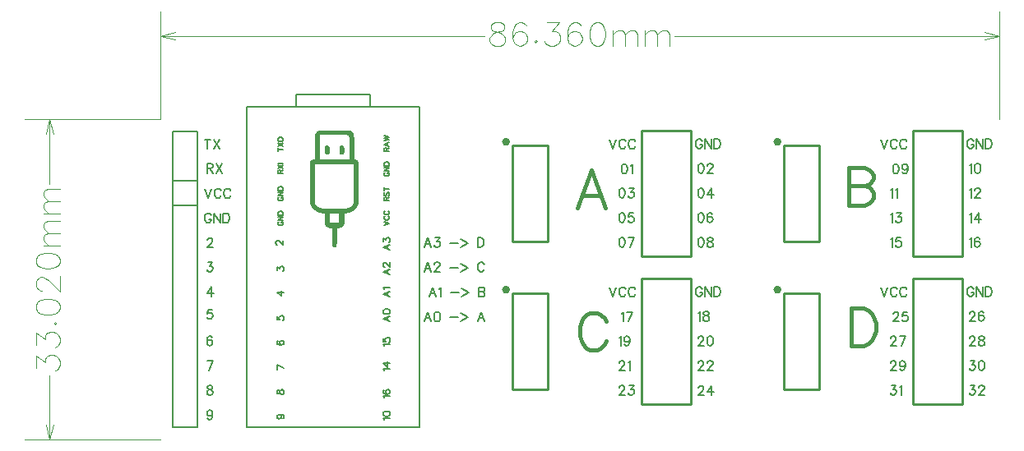
<source format=gto>
G04 Layer: TopSilkLayer*
G04 EasyEDA v6.3.39, 2020-04-21T17:53:27+02:00*
G04 2b193ae985c243da8a3a613e667a09fd,91cc4837159741479c5be70faa949f3f,10*
G04 Gerber Generator version 0.2*
G04 Scale: 100 percent, Rotated: No, Reflected: No *
G04 Dimensions in millimeters *
G04 leading zeros omitted , absolute positions ,3 integer and 3 decimal *
%FSLAX33Y33*%
%MOMM*%
G90*
G71D02*

%ADD10C,0.254000*%
%ADD23C,0.203200*%
%ADD24C,0.203200*%
%ADD25C,0.202999*%
%ADD26C,0.399999*%
%ADD27C,0.200000*%
%ADD28C,0.101600*%
%ADD29C,0.152400*%

%LPD*%

%LPD*%
G36*
G01X18790Y31902D02*
G01X18649Y31902D01*
G01X18574Y31901D01*
G01X18416Y31901D01*
G01X18333Y31900D01*
G01X18158Y31900D01*
G01X18066Y31899D01*
G01X17444Y31899D01*
G01X17333Y31898D01*
G01X17230Y31898D01*
G01X17135Y31897D01*
G01X17046Y31896D01*
G01X16965Y31895D01*
G01X16889Y31894D01*
G01X16821Y31893D01*
G01X16757Y31891D01*
G01X16700Y31890D01*
G01X16648Y31888D01*
G01X16600Y31886D01*
G01X16557Y31883D01*
G01X16519Y31881D01*
G01X16484Y31878D01*
G01X16452Y31874D01*
G01X16424Y31870D01*
G01X16399Y31866D01*
G01X16376Y31862D01*
G01X16357Y31858D01*
G01X16338Y31853D01*
G01X16306Y31841D01*
G01X16278Y31829D01*
G01X16216Y31791D01*
G01X16152Y31739D01*
G01X16092Y31680D01*
G01X16046Y31621D01*
G01X16035Y31605D01*
G01X16025Y31589D01*
G01X16016Y31573D01*
G01X16008Y31557D01*
G01X16000Y31540D01*
G01X15993Y31520D01*
G01X15987Y31499D01*
G01X15982Y31474D01*
G01X15977Y31446D01*
G01X15973Y31413D01*
G01X15969Y31376D01*
G01X15966Y31333D01*
G01X15964Y31284D01*
G01X15961Y31229D01*
G01X15960Y31167D01*
G01X15958Y31096D01*
G01X15957Y31017D01*
G01X15956Y30930D01*
G01X15955Y30833D01*
G01X15955Y30334D01*
G01X15954Y30180D01*
G01X15954Y28875D01*
G01X15798Y28875D01*
G01X15727Y28870D01*
G01X15658Y28854D01*
G01X15596Y28830D01*
G01X15546Y28798D01*
G01X15450Y28721D01*
G01X15450Y24339D01*
G01X15549Y24138D01*
G01X15578Y24083D01*
G01X15610Y24030D01*
G01X15644Y23978D01*
G01X15681Y23926D01*
G01X15721Y23877D01*
G01X15763Y23829D01*
G01X15807Y23782D01*
G01X15853Y23737D01*
G01X15901Y23695D01*
G01X15951Y23654D01*
G01X16002Y23615D01*
G01X16054Y23579D01*
G01X16108Y23544D01*
G01X16163Y23513D01*
G01X16218Y23483D01*
G01X16274Y23457D01*
G01X16331Y23433D01*
G01X16389Y23412D01*
G01X16446Y23394D01*
G01X16503Y23379D01*
G01X16561Y23366D01*
G01X16618Y23358D01*
G01X16675Y23353D01*
G01X16731Y23351D01*
G01X16963Y23351D01*
G01X16963Y22661D01*
G01X16964Y22561D01*
G01X16966Y22475D01*
G01X16968Y22401D01*
G01X16972Y22337D01*
G01X16976Y22282D01*
G01X16982Y22236D01*
G01X16990Y22197D01*
G01X17000Y22163D01*
G01X17010Y22132D01*
G01X17024Y22104D01*
G01X17039Y22078D01*
G01X17064Y22040D01*
G01X17095Y22005D01*
G01X17130Y21973D01*
G01X17168Y21942D01*
G01X17210Y21915D01*
G01X17254Y21891D01*
G01X17302Y21869D01*
G01X17351Y21852D01*
G01X17403Y21837D01*
G01X17455Y21827D01*
G01X17509Y21821D01*
G01X17564Y21819D01*
G01X17729Y21819D01*
G01X17729Y20901D01*
G01X17730Y20808D01*
G01X17730Y20716D01*
G01X17731Y20627D01*
G01X17732Y20541D01*
G01X17733Y20460D01*
G01X17735Y20382D01*
G01X17736Y20308D01*
G01X17738Y20240D01*
G01X17740Y20178D01*
G01X17743Y20122D01*
G01X17745Y20072D01*
G01X17748Y20029D01*
G01X17751Y19994D01*
G01X17754Y19967D01*
G01X17757Y19949D01*
G01X17760Y19940D01*
G01X17778Y19919D01*
G01X17807Y19894D01*
G01X17842Y19869D01*
G01X17880Y19848D01*
G01X17958Y19827D01*
G01X18042Y19838D01*
G01X18120Y19877D01*
G01X18182Y19940D01*
G01X18185Y19949D01*
G01X18188Y19967D01*
G01X18190Y19994D01*
G01X18194Y20029D01*
G01X18196Y20072D01*
G01X18199Y20122D01*
G01X18201Y20178D01*
G01X18203Y20240D01*
G01X18205Y20308D01*
G01X18207Y20382D01*
G01X18208Y20460D01*
G01X18209Y20541D01*
G01X18210Y20627D01*
G01X18211Y20716D01*
G01X18212Y20808D01*
G01X18212Y20901D01*
G01X18213Y21819D01*
G01X18378Y21819D01*
G01X18453Y21823D01*
G01X18528Y21836D01*
G01X18602Y21856D01*
G01X18673Y21884D01*
G01X18740Y21917D01*
G01X18800Y21957D01*
G01X18854Y22001D01*
G01X18899Y22051D01*
G01X18916Y22074D01*
G01X18930Y22097D01*
G01X18942Y22123D01*
G01X18951Y22154D01*
G01X18959Y22190D01*
G01X18966Y22234D01*
G01X18970Y22287D01*
G01X18974Y22352D01*
G01X18976Y22429D01*
G01X18978Y22520D01*
G01X18978Y22627D01*
G01X18979Y22752D01*
G01X18979Y23351D01*
G01X19203Y23351D01*
G01X19257Y23353D01*
G01X19312Y23358D01*
G01X19366Y23366D01*
G01X19421Y23378D01*
G01X19477Y23393D01*
G01X19532Y23411D01*
G01X19587Y23432D01*
G01X19641Y23456D01*
G01X19695Y23482D01*
G01X19749Y23511D01*
G01X19801Y23542D01*
G01X19852Y23576D01*
G01X19902Y23612D01*
G01X19951Y23650D01*
G01X19998Y23691D01*
G01X20044Y23733D01*
G01X20088Y23777D01*
G01X20130Y23823D01*
G01X20170Y23870D01*
G01X20207Y23919D01*
G01X20242Y23969D01*
G01X20275Y24021D01*
G01X20304Y24074D01*
G01X20331Y24127D01*
G01X20430Y24339D01*
G01X20430Y27430D01*
G01X20429Y27551D01*
G01X20429Y27770D01*
G01X20428Y27868D01*
G01X20428Y27960D01*
G01X20427Y28045D01*
G01X20426Y28124D01*
G01X20425Y28197D01*
G01X20424Y28263D01*
G01X20423Y28325D01*
G01X20421Y28380D01*
G01X20420Y28431D01*
G01X20418Y28477D01*
G01X20416Y28519D01*
G01X20413Y28556D01*
G01X20411Y28590D01*
G01X20408Y28619D01*
G01X20405Y28646D01*
G01X20402Y28669D01*
G01X20399Y28689D01*
G01X20396Y28707D01*
G01X20392Y28722D01*
G01X20388Y28736D01*
G01X20383Y28747D01*
G01X20378Y28757D01*
G01X20373Y28766D01*
G01X20368Y28774D01*
G01X20356Y28788D01*
G01X20349Y28794D01*
G01X20306Y28828D01*
G01X20253Y28853D01*
G01X20193Y28870D01*
G01X20128Y28875D01*
G01X19987Y28875D01*
G01X19987Y30339D01*
G01X19988Y30415D01*
G01X19988Y30559D01*
G01X19989Y30628D01*
G01X19989Y30694D01*
G01X19990Y30758D01*
G01X19990Y30879D01*
G01X19989Y30936D01*
G01X19989Y30991D01*
G01X19988Y31043D01*
G01X19986Y31094D01*
G01X19984Y31143D01*
G01X19982Y31190D01*
G01X19979Y31235D01*
G01X19976Y31278D01*
G01X19972Y31319D01*
G01X19966Y31358D01*
G01X19961Y31395D01*
G01X19954Y31431D01*
G01X19947Y31465D01*
G01X19939Y31498D01*
G01X19930Y31528D01*
G01X19920Y31557D01*
G01X19909Y31585D01*
G01X19897Y31611D01*
G01X19883Y31636D01*
G01X19869Y31659D01*
G01X19853Y31681D01*
G01X19836Y31701D01*
G01X19818Y31721D01*
G01X19798Y31738D01*
G01X19777Y31755D01*
G01X19755Y31771D01*
G01X19731Y31786D01*
G01X19705Y31799D01*
G01X19678Y31811D01*
G01X19649Y31823D01*
G01X19618Y31833D01*
G01X19586Y31842D01*
G01X19552Y31851D01*
G01X19516Y31859D01*
G01X19478Y31866D01*
G01X19438Y31872D01*
G01X19396Y31877D01*
G01X19352Y31882D01*
G01X19306Y31886D01*
G01X19258Y31890D01*
G01X19208Y31893D01*
G01X19155Y31895D01*
G01X19100Y31897D01*
G01X19043Y31899D01*
G01X18984Y31900D01*
G01X18922Y31901D01*
G01X18857Y31901D01*
G01X18790Y31902D01*
G37*

%LPC*%
G36*
G01X18455Y23311D02*
G01X17487Y23311D01*
G01X17487Y22343D01*
G01X18455Y22343D01*
G01X18455Y23311D01*
G37*
G36*
G01X17940Y28380D02*
G01X15952Y28389D01*
G01X15963Y26361D01*
G01X15975Y24333D01*
G01X16091Y24180D01*
G01X16119Y24147D01*
G01X16153Y24112D01*
G01X16191Y24078D01*
G01X16233Y24044D01*
G01X16277Y24012D01*
G01X16323Y23982D01*
G01X16368Y23955D01*
G01X16413Y23932D01*
G01X16438Y23920D01*
G01X16462Y23910D01*
G01X16484Y23900D01*
G01X16530Y23884D01*
G01X16555Y23877D01*
G01X16581Y23870D01*
G01X16610Y23864D01*
G01X16642Y23860D01*
G01X16678Y23855D01*
G01X16719Y23851D01*
G01X16765Y23848D01*
G01X16816Y23845D01*
G01X16874Y23843D01*
G01X16939Y23841D01*
G01X17012Y23839D01*
G01X17093Y23838D01*
G01X17183Y23837D01*
G01X17283Y23836D01*
G01X17793Y23836D01*
G01X17951Y23835D01*
G01X18108Y23836D01*
G01X18617Y23836D01*
G01X18716Y23837D01*
G01X18807Y23838D01*
G01X18888Y23839D01*
G01X18961Y23841D01*
G01X19026Y23843D01*
G01X19084Y23845D01*
G01X19135Y23848D01*
G01X19181Y23851D01*
G01X19222Y23855D01*
G01X19258Y23859D01*
G01X19290Y23864D01*
G01X19319Y23870D01*
G01X19346Y23877D01*
G01X19370Y23884D01*
G01X19393Y23891D01*
G01X19416Y23900D01*
G01X19438Y23910D01*
G01X19461Y23920D01*
G01X19486Y23931D01*
G01X19542Y23959D01*
G01X19593Y23988D01*
G01X19640Y24019D01*
G01X19684Y24051D01*
G01X19724Y24086D01*
G01X19760Y24123D01*
G01X19793Y24162D01*
G01X19822Y24203D01*
G01X19849Y24247D01*
G01X19871Y24294D01*
G01X19891Y24343D01*
G01X19908Y24395D01*
G01X19911Y24405D01*
G01X19913Y24420D01*
G01X19915Y24438D01*
G01X19918Y24459D01*
G01X19920Y24485D01*
G01X19922Y24514D01*
G01X19924Y24546D01*
G01X19925Y24582D01*
G01X19927Y24621D01*
G01X19929Y24663D01*
G01X19930Y24710D01*
G01X19931Y24760D01*
G01X19933Y24813D01*
G01X19934Y24870D01*
G01X19935Y24930D01*
G01X19936Y24993D01*
G01X19937Y25060D01*
G01X19938Y25130D01*
G01X19939Y25204D01*
G01X19940Y25281D01*
G01X19940Y25444D01*
G01X19941Y25531D01*
G01X19941Y25910D01*
G01X19940Y26013D01*
G01X19940Y26228D01*
G01X19939Y26340D01*
G01X19938Y26456D01*
G01X19926Y28371D01*
G01X17940Y28380D01*
G37*
G36*
G01X18485Y31415D02*
G01X17391Y31415D01*
G01X17303Y31414D01*
G01X17137Y31414D01*
G01X17059Y31413D01*
G01X16915Y31413D01*
G01X16850Y31412D01*
G01X16788Y31412D01*
G01X16732Y31411D01*
G01X16681Y31411D01*
G01X16634Y31410D01*
G01X16593Y31409D01*
G01X16558Y31409D01*
G01X16528Y31408D01*
G01X16505Y31408D01*
G01X16488Y31407D01*
G01X16477Y31406D01*
G01X16473Y31406D01*
G01X16472Y31398D01*
G01X16471Y31384D01*
G01X16470Y31361D01*
G01X16469Y31330D01*
G01X16468Y31293D01*
G01X16467Y31249D01*
G01X16466Y31199D01*
G01X16465Y31143D01*
G01X16464Y31081D01*
G01X16463Y31015D01*
G01X16462Y30945D01*
G01X16461Y30871D01*
G01X16460Y30793D01*
G01X16460Y30712D01*
G01X16459Y30628D01*
G01X16459Y30542D01*
G01X16458Y30455D01*
G01X16458Y30366D01*
G01X16457Y30276D01*
G01X16456Y30095D01*
G01X16456Y29421D01*
G01X16457Y29350D01*
G01X16457Y29283D01*
G01X16458Y29221D01*
G01X16458Y29164D01*
G01X16459Y29112D01*
G01X16460Y29067D01*
G01X16460Y29028D01*
G01X16461Y28996D01*
G01X16462Y28971D01*
G01X16463Y28954D01*
G01X16464Y28946D01*
G01X16467Y28938D01*
G01X16471Y28931D01*
G01X16478Y28924D01*
G01X16487Y28918D01*
G01X16498Y28912D01*
G01X16514Y28907D01*
G01X16533Y28903D01*
G01X16557Y28898D01*
G01X16586Y28895D01*
G01X16620Y28891D01*
G01X16661Y28888D01*
G01X16709Y28886D01*
G01X16763Y28884D01*
G01X16825Y28882D01*
G01X16896Y28880D01*
G01X16975Y28879D01*
G01X17063Y28878D01*
G01X17162Y28877D01*
G01X17270Y28876D01*
G01X17520Y28876D01*
G01X17663Y28875D01*
G01X19486Y28875D01*
G01X19481Y30095D01*
G01X19481Y30195D01*
G01X19480Y30293D01*
G01X19480Y30389D01*
G01X19479Y30482D01*
G01X19479Y30572D01*
G01X19478Y30660D01*
G01X19478Y30744D01*
G01X19477Y30824D01*
G01X19476Y30900D01*
G01X19476Y30971D01*
G01X19475Y31038D01*
G01X19474Y31099D01*
G01X19474Y31155D01*
G01X19473Y31205D01*
G01X19472Y31249D01*
G01X19472Y31287D01*
G01X19471Y31317D01*
G01X19471Y31341D01*
G01X19470Y31357D01*
G01X19469Y31365D01*
G01X19467Y31370D01*
G01X19461Y31375D01*
G01X19451Y31379D01*
G01X19437Y31383D01*
G01X19419Y31386D01*
G01X19396Y31389D01*
G01X19369Y31393D01*
G01X19337Y31395D01*
G01X19299Y31398D01*
G01X19257Y31401D01*
G01X19209Y31403D01*
G01X19154Y31405D01*
G01X19094Y31407D01*
G01X19028Y31409D01*
G01X18955Y31410D01*
G01X18875Y31411D01*
G01X18788Y31412D01*
G01X18695Y31413D01*
G01X18594Y31414D01*
G01X18485Y31415D01*
G37*

%LPD*%
G36*
G01X18782Y30358D02*
G01X18742Y30363D01*
G01X18701Y30359D01*
G01X18658Y30345D01*
G01X18615Y30323D01*
G01X18570Y30290D01*
G01X18541Y30265D01*
G01X18519Y30239D01*
G01X18502Y30208D01*
G01X18490Y30171D01*
G01X18482Y30121D01*
G01X18477Y30056D01*
G01X18475Y29974D01*
G01X18474Y29868D01*
G01X18476Y29745D01*
G01X18482Y29647D01*
G01X18493Y29569D01*
G01X18512Y29509D01*
G01X18538Y29464D01*
G01X18574Y29430D01*
G01X18621Y29404D01*
G01X18680Y29383D01*
G01X18723Y29378D01*
G01X18770Y29386D01*
G01X18820Y29408D01*
G01X18872Y29442D01*
G01X18905Y29470D01*
G01X18931Y29497D01*
G01X18950Y29526D01*
G01X18963Y29564D01*
G01X18971Y29612D01*
G01X18976Y29676D01*
G01X18978Y29759D01*
G01X18979Y29866D01*
G01X18978Y29963D01*
G01X18976Y30043D01*
G01X18971Y30107D01*
G01X18964Y30158D01*
G01X18953Y30199D01*
G01X18939Y30232D01*
G01X18921Y30261D01*
G01X18898Y30286D01*
G01X18860Y30320D01*
G01X18821Y30344D01*
G01X18782Y30358D01*
G37*

%LPD*%
G36*
G01X17241Y30359D02*
G01X17199Y30363D01*
G01X17159Y30358D01*
G01X17120Y30344D01*
G01X17082Y30320D01*
G01X17043Y30286D01*
G01X17020Y30261D01*
G01X17002Y30232D01*
G01X16988Y30199D01*
G01X16977Y30158D01*
G01X16970Y30107D01*
G01X16966Y30043D01*
G01X16963Y29963D01*
G01X16963Y29759D01*
G01X16965Y29676D01*
G01X16970Y29612D01*
G01X16978Y29564D01*
G01X16992Y29526D01*
G01X17010Y29497D01*
G01X17036Y29470D01*
G01X17070Y29442D01*
G01X17121Y29408D01*
G01X17171Y29386D01*
G01X17218Y29378D01*
G01X17261Y29383D01*
G01X17320Y29404D01*
G01X17368Y29430D01*
G01X17404Y29464D01*
G01X17430Y29509D01*
G01X17448Y29569D01*
G01X17459Y29647D01*
G01X17465Y29745D01*
G01X17467Y29868D01*
G01X17466Y29974D01*
G01X17464Y30056D01*
G01X17459Y30121D01*
G01X17451Y30171D01*
G01X17440Y30208D01*
G01X17423Y30239D01*
G01X17401Y30265D01*
G01X17372Y30290D01*
G01X17326Y30323D01*
G01X17283Y30345D01*
G01X17241Y30359D01*
G37*

%LPD*%
G54D23*
G01X8890Y34290D02*
G01X8890Y1270D01*
G01X26670Y1270D01*
G01X26670Y34290D01*
G01X8890Y34290D01*
G54D24*
G01X13970Y34290D02*
G01X13970Y35560D01*
G01X13970Y35560D02*
G01X21590Y35560D01*
G01X21590Y35560D02*
G01X21590Y34290D01*
G54D10*
G01X39499Y30375D02*
G01X36245Y30375D01*
G01X36245Y20424D01*
G01X39928Y20424D01*
G01X39928Y30375D01*
G01X39499Y30375D01*
G01X67439Y30375D02*
G01X64185Y30375D01*
G01X64185Y20424D01*
G01X67868Y20424D01*
G01X67868Y30375D01*
G01X67439Y30375D01*
G01X39499Y15135D02*
G01X36245Y15135D01*
G01X36245Y5184D01*
G01X39928Y5184D01*
G01X39928Y15135D01*
G01X39499Y15135D01*
G01X67439Y15135D02*
G01X64185Y15135D01*
G01X64185Y5184D01*
G01X67868Y5184D01*
G01X67868Y15135D01*
G01X67439Y15135D01*
G54D24*
G01X3810Y26670D02*
G01X1295Y26670D01*
G01X1295Y31750D01*
G01X3810Y31750D01*
G01X3810Y26670D01*
G54D10*
G01X54610Y31899D02*
G01X54610Y18899D01*
G01X54610Y18899D02*
G01X49530Y18899D01*
G01X49530Y18899D02*
G01X49530Y31899D01*
G01X49530Y31899D02*
G01X54610Y31899D01*
G01X82550Y31899D02*
G01X82550Y18899D01*
G01X82550Y18899D02*
G01X77470Y18899D01*
G01X77470Y18899D02*
G01X77470Y31899D01*
G01X77470Y31899D02*
G01X82550Y31899D01*
G01X54610Y16659D02*
G01X54610Y3659D01*
G01X54610Y3659D02*
G01X49530Y3659D01*
G01X49530Y3659D02*
G01X49530Y16659D01*
G01X49530Y16659D02*
G01X54610Y16659D01*
G01X82550Y16659D02*
G01X82550Y3659D01*
G01X82550Y3659D02*
G01X77470Y3659D01*
G01X77470Y3659D02*
G01X77470Y16659D01*
G01X77470Y16659D02*
G01X82550Y16659D01*
G54D24*
G01X3810Y24765D02*
G01X3810Y26670D01*
G01X1270Y26670D01*
G01X1270Y1270D01*
G01X3810Y1270D01*
G54D25*
G01X3810Y1270D02*
G01X3810Y24765D01*
G54D24*
G01X1270Y24130D02*
G01X3810Y24130D01*
G54D27*
G01X4889Y30949D02*
G01X4889Y29994D01*
G01X4572Y30949D02*
G01X5209Y30949D01*
G01X5509Y30949D02*
G01X6144Y29994D01*
G01X6144Y30949D02*
G01X5509Y29994D01*
G01X4826Y28447D02*
G01X4826Y27492D01*
G01X4826Y28447D02*
G01X5234Y28447D01*
G01X5372Y28402D01*
G01X5417Y28356D01*
G01X5463Y28265D01*
G01X5463Y28173D01*
G01X5417Y28084D01*
G01X5372Y28039D01*
G01X5234Y27993D01*
G01X4826Y27993D01*
G01X5143Y27993D02*
G01X5463Y27492D01*
G01X5763Y28447D02*
G01X6398Y27492D01*
G01X6398Y28447D02*
G01X5763Y27492D01*
G01X4871Y20561D02*
G01X4871Y20607D01*
G01X4917Y20698D01*
G01X4963Y20744D01*
G01X5052Y20789D01*
G01X5234Y20789D01*
G01X5326Y20744D01*
G01X5372Y20698D01*
G01X5417Y20607D01*
G01X5417Y20515D01*
G01X5372Y20426D01*
G01X5280Y20289D01*
G01X4826Y19834D01*
G01X5463Y19834D01*
G01X4917Y18287D02*
G01X5417Y18287D01*
G01X5143Y17924D01*
G01X5280Y17924D01*
G01X5372Y17879D01*
G01X5417Y17833D01*
G01X5463Y17696D01*
G01X5463Y17604D01*
G01X5417Y17470D01*
G01X5326Y17378D01*
G01X5189Y17332D01*
G01X5052Y17332D01*
G01X4917Y17378D01*
G01X4871Y17424D01*
G01X4826Y17515D01*
G01X5280Y15747D02*
G01X4826Y15110D01*
G01X5506Y15110D01*
G01X5280Y15747D02*
G01X5280Y14792D01*
G01X5372Y13423D02*
G01X4917Y13423D01*
G01X4871Y13014D01*
G01X4917Y13060D01*
G01X5052Y13103D01*
G01X5189Y13103D01*
G01X5326Y13060D01*
G01X5417Y12969D01*
G01X5463Y12832D01*
G01X5463Y12740D01*
G01X5417Y12606D01*
G01X5326Y12514D01*
G01X5189Y12468D01*
G01X5052Y12468D01*
G01X4917Y12514D01*
G01X4871Y12560D01*
G01X4826Y12651D01*
G01X5372Y10530D02*
G01X5326Y10622D01*
G01X5189Y10667D01*
G01X5097Y10667D01*
G01X4963Y10622D01*
G01X4871Y10485D01*
G01X4826Y10259D01*
G01X4826Y10030D01*
G01X4871Y9850D01*
G01X4963Y9758D01*
G01X5097Y9712D01*
G01X5143Y9712D01*
G01X5280Y9758D01*
G01X5372Y9850D01*
G01X5417Y9984D01*
G01X5417Y10030D01*
G01X5372Y10167D01*
G01X5280Y10259D01*
G01X5143Y10304D01*
G01X5097Y10304D01*
G01X4963Y10259D01*
G01X4871Y10167D01*
G01X4826Y10030D01*
G01X5463Y8127D02*
G01X5008Y7172D01*
G01X4826Y8127D02*
G01X5463Y8127D01*
G01X5052Y5587D02*
G01X4917Y5542D01*
G01X4871Y5450D01*
G01X4871Y5359D01*
G01X4917Y5267D01*
G01X5008Y5224D01*
G01X5189Y5179D01*
G01X5326Y5133D01*
G01X5417Y5041D01*
G01X5463Y4950D01*
G01X5463Y4815D01*
G01X5417Y4724D01*
G01X5372Y4678D01*
G01X5234Y4632D01*
G01X5052Y4632D01*
G01X4917Y4678D01*
G01X4871Y4724D01*
G01X4826Y4815D01*
G01X4826Y4950D01*
G01X4871Y5041D01*
G01X4963Y5133D01*
G01X5097Y5179D01*
G01X5280Y5224D01*
G01X5372Y5267D01*
G01X5417Y5359D01*
G01X5417Y5450D01*
G01X5372Y5542D01*
G01X5234Y5587D01*
G01X5052Y5587D01*
G01X5417Y2727D02*
G01X5372Y2593D01*
G01X5280Y2501D01*
G01X5143Y2456D01*
G01X5097Y2456D01*
G01X4963Y2501D01*
G01X4871Y2593D01*
G01X4826Y2727D01*
G01X4826Y2773D01*
G01X4871Y2910D01*
G01X4963Y3002D01*
G01X5097Y3047D01*
G01X5143Y3047D01*
G01X5280Y3002D01*
G01X5372Y2910D01*
G01X5417Y2727D01*
G01X5417Y2501D01*
G01X5372Y2275D01*
G01X5280Y2138D01*
G01X5143Y2092D01*
G01X5052Y2092D01*
G01X4917Y2138D01*
G01X4871Y2230D01*
G01X46228Y30949D02*
G01X46591Y29994D01*
G01X46954Y30949D02*
G01X46591Y29994D01*
G01X47937Y30721D02*
G01X47891Y30812D01*
G01X47800Y30904D01*
G01X47708Y30949D01*
G01X47528Y30949D01*
G01X47437Y30904D01*
G01X47345Y30812D01*
G01X47299Y30721D01*
G01X47254Y30586D01*
G01X47254Y30358D01*
G01X47299Y30220D01*
G01X47345Y30132D01*
G01X47437Y30040D01*
G01X47528Y29994D01*
G01X47708Y29994D01*
G01X47800Y30040D01*
G01X47891Y30132D01*
G01X47937Y30220D01*
G01X48917Y30721D02*
G01X48874Y30812D01*
G01X48783Y30904D01*
G01X48691Y30949D01*
G01X48508Y30949D01*
G01X48420Y30904D01*
G01X48328Y30812D01*
G01X48282Y30721D01*
G01X48237Y30586D01*
G01X48237Y30358D01*
G01X48282Y30220D01*
G01X48328Y30132D01*
G01X48420Y30040D01*
G01X48508Y29994D01*
G01X48691Y29994D01*
G01X48783Y30040D01*
G01X48874Y30132D01*
G01X48917Y30220D01*
G01X55798Y30759D02*
G01X55755Y30850D01*
G01X55664Y30942D01*
G01X55572Y30987D01*
G01X55389Y30987D01*
G01X55300Y30942D01*
G01X55209Y30850D01*
G01X55163Y30759D01*
G01X55118Y30624D01*
G01X55118Y30396D01*
G01X55163Y30258D01*
G01X55209Y30170D01*
G01X55300Y30078D01*
G01X55389Y30032D01*
G01X55572Y30032D01*
G01X55664Y30078D01*
G01X55755Y30170D01*
G01X55798Y30258D01*
G01X55798Y30396D01*
G01X55572Y30396D02*
G01X55798Y30396D01*
G01X56100Y30987D02*
G01X56100Y30032D01*
G01X56100Y30987D02*
G01X56735Y30032D01*
G01X56735Y30987D02*
G01X56735Y30032D01*
G01X57035Y30987D02*
G01X57035Y30032D01*
G01X57035Y30987D02*
G01X57353Y30987D01*
G01X57490Y30942D01*
G01X57581Y30850D01*
G01X57627Y30759D01*
G01X57673Y30624D01*
G01X57673Y30396D01*
G01X57627Y30258D01*
G01X57581Y30170D01*
G01X57490Y30078D01*
G01X57353Y30032D01*
G01X57035Y30032D01*
G01X47769Y28409D02*
G01X47635Y28364D01*
G01X47543Y28227D01*
G01X47498Y28000D01*
G01X47498Y27863D01*
G01X47543Y27637D01*
G01X47635Y27500D01*
G01X47769Y27454D01*
G01X47861Y27454D01*
G01X47998Y27500D01*
G01X48089Y27637D01*
G01X48135Y27863D01*
G01X48135Y28000D01*
G01X48089Y28227D01*
G01X47998Y28364D01*
G01X47861Y28409D01*
G01X47769Y28409D01*
G01X48435Y28227D02*
G01X48524Y28272D01*
G01X48661Y28409D01*
G01X48661Y27454D01*
G01X47515Y25907D02*
G01X47381Y25862D01*
G01X47289Y25725D01*
G01X47244Y25499D01*
G01X47244Y25361D01*
G01X47289Y25135D01*
G01X47381Y24998D01*
G01X47515Y24952D01*
G01X47607Y24952D01*
G01X47744Y24998D01*
G01X47835Y25135D01*
G01X47881Y25361D01*
G01X47881Y25499D01*
G01X47835Y25725D01*
G01X47744Y25862D01*
G01X47607Y25907D01*
G01X47515Y25907D01*
G01X48270Y25907D02*
G01X48770Y25907D01*
G01X48498Y25544D01*
G01X48635Y25544D01*
G01X48724Y25499D01*
G01X48770Y25453D01*
G01X48816Y25316D01*
G01X48816Y25224D01*
G01X48770Y25090D01*
G01X48679Y24998D01*
G01X48544Y24952D01*
G01X48407Y24952D01*
G01X48270Y24998D01*
G01X48226Y25044D01*
G01X48181Y25135D01*
G01X47515Y23367D02*
G01X47381Y23322D01*
G01X47289Y23185D01*
G01X47244Y22959D01*
G01X47244Y22821D01*
G01X47289Y22595D01*
G01X47381Y22458D01*
G01X47515Y22412D01*
G01X47607Y22412D01*
G01X47744Y22458D01*
G01X47835Y22595D01*
G01X47881Y22821D01*
G01X47881Y22959D01*
G01X47835Y23185D01*
G01X47744Y23322D01*
G01X47607Y23367D01*
G01X47515Y23367D01*
G01X48724Y23367D02*
G01X48270Y23367D01*
G01X48226Y22959D01*
G01X48270Y23004D01*
G01X48407Y23047D01*
G01X48544Y23047D01*
G01X48679Y23004D01*
G01X48770Y22913D01*
G01X48816Y22776D01*
G01X48816Y22684D01*
G01X48770Y22550D01*
G01X48679Y22458D01*
G01X48544Y22412D01*
G01X48407Y22412D01*
G01X48270Y22458D01*
G01X48226Y22504D01*
G01X48181Y22595D01*
G01X47515Y20827D02*
G01X47381Y20782D01*
G01X47289Y20645D01*
G01X47244Y20419D01*
G01X47244Y20281D01*
G01X47289Y20055D01*
G01X47381Y19918D01*
G01X47515Y19872D01*
G01X47607Y19872D01*
G01X47744Y19918D01*
G01X47835Y20055D01*
G01X47881Y20281D01*
G01X47881Y20419D01*
G01X47835Y20645D01*
G01X47744Y20782D01*
G01X47607Y20827D01*
G01X47515Y20827D01*
G01X48816Y20827D02*
G01X48361Y19872D01*
G01X48181Y20827D02*
G01X48816Y20827D01*
G01X55643Y28447D02*
G01X55509Y28402D01*
G01X55417Y28265D01*
G01X55372Y28039D01*
G01X55372Y27901D01*
G01X55417Y27675D01*
G01X55509Y27538D01*
G01X55643Y27492D01*
G01X55735Y27492D01*
G01X55872Y27538D01*
G01X55963Y27675D01*
G01X56009Y27901D01*
G01X56009Y28039D01*
G01X55963Y28265D01*
G01X55872Y28402D01*
G01X55735Y28447D01*
G01X55643Y28447D01*
G01X56354Y28219D02*
G01X56354Y28265D01*
G01X56398Y28356D01*
G01X56443Y28402D01*
G01X56535Y28447D01*
G01X56718Y28447D01*
G01X56807Y28402D01*
G01X56852Y28356D01*
G01X56898Y28265D01*
G01X56898Y28173D01*
G01X56852Y28084D01*
G01X56763Y27947D01*
G01X56309Y27492D01*
G01X56944Y27492D01*
G01X55643Y25907D02*
G01X55509Y25862D01*
G01X55417Y25725D01*
G01X55372Y25499D01*
G01X55372Y25361D01*
G01X55417Y25135D01*
G01X55509Y24998D01*
G01X55643Y24952D01*
G01X55735Y24952D01*
G01X55872Y24998D01*
G01X55963Y25135D01*
G01X56009Y25361D01*
G01X56009Y25499D01*
G01X55963Y25725D01*
G01X55872Y25862D01*
G01X55735Y25907D01*
G01X55643Y25907D01*
G01X56763Y25907D02*
G01X56309Y25270D01*
G01X56989Y25270D01*
G01X56763Y25907D02*
G01X56763Y24952D01*
G01X55643Y23367D02*
G01X55509Y23322D01*
G01X55417Y23185D01*
G01X55372Y22959D01*
G01X55372Y22821D01*
G01X55417Y22595D01*
G01X55509Y22458D01*
G01X55643Y22412D01*
G01X55735Y22412D01*
G01X55872Y22458D01*
G01X55963Y22595D01*
G01X56009Y22821D01*
G01X56009Y22959D01*
G01X55963Y23185D01*
G01X55872Y23322D01*
G01X55735Y23367D01*
G01X55643Y23367D01*
G01X56852Y23230D02*
G01X56807Y23322D01*
G01X56672Y23367D01*
G01X56581Y23367D01*
G01X56443Y23322D01*
G01X56354Y23185D01*
G01X56309Y22959D01*
G01X56309Y22730D01*
G01X56354Y22550D01*
G01X56443Y22458D01*
G01X56581Y22412D01*
G01X56626Y22412D01*
G01X56763Y22458D01*
G01X56852Y22550D01*
G01X56898Y22684D01*
G01X56898Y22730D01*
G01X56852Y22867D01*
G01X56763Y22959D01*
G01X56626Y23004D01*
G01X56581Y23004D01*
G01X56443Y22959D01*
G01X56354Y22867D01*
G01X56309Y22730D01*
G01X55643Y20827D02*
G01X55509Y20782D01*
G01X55417Y20645D01*
G01X55372Y20419D01*
G01X55372Y20281D01*
G01X55417Y20055D01*
G01X55509Y19918D01*
G01X55643Y19872D01*
G01X55735Y19872D01*
G01X55872Y19918D01*
G01X55963Y20055D01*
G01X56009Y20281D01*
G01X56009Y20419D01*
G01X55963Y20645D01*
G01X55872Y20782D01*
G01X55735Y20827D01*
G01X55643Y20827D01*
G01X56535Y20827D02*
G01X56398Y20782D01*
G01X56354Y20690D01*
G01X56354Y20599D01*
G01X56398Y20507D01*
G01X56489Y20464D01*
G01X56672Y20419D01*
G01X56807Y20373D01*
G01X56898Y20281D01*
G01X56944Y20190D01*
G01X56944Y20055D01*
G01X56898Y19964D01*
G01X56852Y19918D01*
G01X56718Y19872D01*
G01X56535Y19872D01*
G01X56398Y19918D01*
G01X56354Y19964D01*
G01X56309Y20055D01*
G01X56309Y20190D01*
G01X56354Y20281D01*
G01X56443Y20373D01*
G01X56581Y20419D01*
G01X56763Y20464D01*
G01X56852Y20507D01*
G01X56898Y20599D01*
G01X56898Y20690D01*
G01X56852Y20782D01*
G01X56718Y20827D01*
G01X56535Y20827D01*
G01X46228Y15709D02*
G01X46591Y14754D01*
G01X46954Y15709D02*
G01X46591Y14754D01*
G01X47937Y15481D02*
G01X47891Y15572D01*
G01X47800Y15664D01*
G01X47708Y15709D01*
G01X47528Y15709D01*
G01X47437Y15664D01*
G01X47345Y15572D01*
G01X47299Y15481D01*
G01X47254Y15346D01*
G01X47254Y15118D01*
G01X47299Y14980D01*
G01X47345Y14892D01*
G01X47437Y14800D01*
G01X47528Y14754D01*
G01X47708Y14754D01*
G01X47800Y14800D01*
G01X47891Y14892D01*
G01X47937Y14980D01*
G01X48917Y15481D02*
G01X48874Y15572D01*
G01X48783Y15664D01*
G01X48691Y15709D01*
G01X48508Y15709D01*
G01X48420Y15664D01*
G01X48328Y15572D01*
G01X48282Y15481D01*
G01X48237Y15346D01*
G01X48237Y15118D01*
G01X48282Y14980D01*
G01X48328Y14892D01*
G01X48420Y14800D01*
G01X48508Y14754D01*
G01X48691Y14754D01*
G01X48783Y14800D01*
G01X48874Y14892D01*
G01X48917Y14980D01*
G01X47498Y12987D02*
G01X47589Y13032D01*
G01X47724Y13169D01*
G01X47724Y12214D01*
G01X48661Y13169D02*
G01X48206Y12214D01*
G01X48026Y13169D02*
G01X48661Y13169D01*
G01X47244Y10485D02*
G01X47335Y10530D01*
G01X47470Y10668D01*
G01X47470Y9712D01*
G01X48361Y10347D02*
G01X48315Y10213D01*
G01X48226Y10121D01*
G01X48089Y10076D01*
G01X48044Y10076D01*
G01X47906Y10121D01*
G01X47815Y10213D01*
G01X47772Y10347D01*
G01X47772Y10393D01*
G01X47815Y10530D01*
G01X47906Y10622D01*
G01X48044Y10668D01*
G01X48089Y10668D01*
G01X48226Y10622D01*
G01X48315Y10530D01*
G01X48361Y10347D01*
G01X48361Y10121D01*
G01X48315Y9895D01*
G01X48226Y9758D01*
G01X48089Y9712D01*
G01X47998Y9712D01*
G01X47861Y9758D01*
G01X47815Y9850D01*
G01X47289Y7899D02*
G01X47289Y7945D01*
G01X47335Y8036D01*
G01X47381Y8082D01*
G01X47470Y8128D01*
G01X47652Y8128D01*
G01X47744Y8082D01*
G01X47790Y8036D01*
G01X47835Y7945D01*
G01X47835Y7853D01*
G01X47790Y7764D01*
G01X47698Y7627D01*
G01X47244Y7172D01*
G01X47881Y7172D01*
G01X48181Y7945D02*
G01X48270Y7990D01*
G01X48407Y8128D01*
G01X48407Y7172D01*
G01X47289Y5359D02*
G01X47289Y5405D01*
G01X47335Y5496D01*
G01X47381Y5542D01*
G01X47470Y5588D01*
G01X47652Y5588D01*
G01X47744Y5542D01*
G01X47790Y5496D01*
G01X47835Y5405D01*
G01X47835Y5313D01*
G01X47790Y5224D01*
G01X47698Y5087D01*
G01X47244Y4632D01*
G01X47881Y4632D01*
G01X48270Y5588D02*
G01X48770Y5588D01*
G01X48498Y5224D01*
G01X48635Y5224D01*
G01X48724Y5179D01*
G01X48770Y5133D01*
G01X48816Y4996D01*
G01X48816Y4904D01*
G01X48770Y4770D01*
G01X48679Y4678D01*
G01X48544Y4632D01*
G01X48407Y4632D01*
G01X48270Y4678D01*
G01X48226Y4724D01*
G01X48181Y4815D01*
G01X55417Y5321D02*
G01X55417Y5367D01*
G01X55463Y5458D01*
G01X55509Y5504D01*
G01X55598Y5549D01*
G01X55780Y5549D01*
G01X55872Y5504D01*
G01X55918Y5458D01*
G01X55963Y5367D01*
G01X55963Y5275D01*
G01X55918Y5186D01*
G01X55826Y5049D01*
G01X55372Y4594D01*
G01X56009Y4594D01*
G01X56763Y5549D02*
G01X56309Y4912D01*
G01X56989Y4912D01*
G01X56763Y5549D02*
G01X56763Y4594D01*
G01X55417Y7899D02*
G01X55417Y7945D01*
G01X55463Y8036D01*
G01X55509Y8082D01*
G01X55598Y8128D01*
G01X55780Y8128D01*
G01X55872Y8082D01*
G01X55918Y8036D01*
G01X55963Y7945D01*
G01X55963Y7853D01*
G01X55918Y7764D01*
G01X55826Y7627D01*
G01X55372Y7172D01*
G01X56009Y7172D01*
G01X56354Y7899D02*
G01X56354Y7945D01*
G01X56398Y8036D01*
G01X56443Y8082D01*
G01X56535Y8128D01*
G01X56718Y8128D01*
G01X56807Y8082D01*
G01X56852Y8036D01*
G01X56898Y7945D01*
G01X56898Y7853D01*
G01X56852Y7764D01*
G01X56763Y7627D01*
G01X56309Y7172D01*
G01X56944Y7172D01*
G01X55417Y10439D02*
G01X55417Y10485D01*
G01X55463Y10576D01*
G01X55509Y10622D01*
G01X55598Y10668D01*
G01X55780Y10668D01*
G01X55872Y10622D01*
G01X55918Y10576D01*
G01X55963Y10485D01*
G01X55963Y10393D01*
G01X55918Y10304D01*
G01X55826Y10167D01*
G01X55372Y9712D01*
G01X56009Y9712D01*
G01X56581Y10668D02*
G01X56443Y10622D01*
G01X56354Y10485D01*
G01X56309Y10259D01*
G01X56309Y10121D01*
G01X56354Y9895D01*
G01X56443Y9758D01*
G01X56581Y9712D01*
G01X56672Y9712D01*
G01X56807Y9758D01*
G01X56898Y9895D01*
G01X56944Y10121D01*
G01X56944Y10259D01*
G01X56898Y10485D01*
G01X56807Y10622D01*
G01X56672Y10668D01*
G01X56581Y10668D01*
G01X55372Y13025D02*
G01X55463Y13070D01*
G01X55598Y13208D01*
G01X55598Y12252D01*
G01X56126Y13208D02*
G01X55989Y13162D01*
G01X55943Y13070D01*
G01X55943Y12979D01*
G01X55989Y12887D01*
G01X56080Y12844D01*
G01X56263Y12799D01*
G01X56398Y12753D01*
G01X56489Y12661D01*
G01X56535Y12570D01*
G01X56535Y12435D01*
G01X56489Y12344D01*
G01X56443Y12298D01*
G01X56309Y12252D01*
G01X56126Y12252D01*
G01X55989Y12298D01*
G01X55943Y12344D01*
G01X55900Y12435D01*
G01X55900Y12570D01*
G01X55943Y12661D01*
G01X56034Y12753D01*
G01X56172Y12799D01*
G01X56354Y12844D01*
G01X56443Y12887D01*
G01X56489Y12979D01*
G01X56489Y13070D01*
G01X56443Y13162D01*
G01X56309Y13208D01*
G01X56126Y13208D01*
G01X55798Y15519D02*
G01X55755Y15610D01*
G01X55664Y15702D01*
G01X55572Y15747D01*
G01X55389Y15747D01*
G01X55300Y15702D01*
G01X55209Y15610D01*
G01X55163Y15519D01*
G01X55118Y15384D01*
G01X55118Y15156D01*
G01X55163Y15018D01*
G01X55209Y14930D01*
G01X55300Y14838D01*
G01X55389Y14792D01*
G01X55572Y14792D01*
G01X55664Y14838D01*
G01X55755Y14930D01*
G01X55798Y15018D01*
G01X55798Y15156D01*
G01X55572Y15156D02*
G01X55798Y15156D01*
G01X56100Y15747D02*
G01X56100Y14792D01*
G01X56100Y15747D02*
G01X56735Y14792D01*
G01X56735Y15747D02*
G01X56735Y14792D01*
G01X57035Y15747D02*
G01X57035Y14792D01*
G01X57035Y15747D02*
G01X57353Y15747D01*
G01X57490Y15702D01*
G01X57581Y15610D01*
G01X57627Y15519D01*
G01X57673Y15384D01*
G01X57673Y15156D01*
G01X57627Y15018D01*
G01X57581Y14930D01*
G01X57490Y14838D01*
G01X57353Y14792D01*
G01X57035Y14792D01*
G01X74168Y15709D02*
G01X74531Y14754D01*
G01X74894Y15709D02*
G01X74531Y14754D01*
G01X75877Y15481D02*
G01X75831Y15572D01*
G01X75740Y15664D01*
G01X75648Y15709D01*
G01X75468Y15709D01*
G01X75377Y15664D01*
G01X75285Y15572D01*
G01X75239Y15481D01*
G01X75194Y15346D01*
G01X75194Y15118D01*
G01X75239Y14980D01*
G01X75285Y14892D01*
G01X75377Y14800D01*
G01X75468Y14754D01*
G01X75648Y14754D01*
G01X75740Y14800D01*
G01X75831Y14892D01*
G01X75877Y14980D01*
G01X76857Y15481D02*
G01X76814Y15572D01*
G01X76723Y15664D01*
G01X76631Y15709D01*
G01X76448Y15709D01*
G01X76360Y15664D01*
G01X76268Y15572D01*
G01X76222Y15481D01*
G01X76177Y15346D01*
G01X76177Y15118D01*
G01X76222Y14980D01*
G01X76268Y14892D01*
G01X76360Y14800D01*
G01X76448Y14754D01*
G01X76631Y14754D01*
G01X76723Y14800D01*
G01X76814Y14892D01*
G01X76857Y14980D01*
G01X75483Y12941D02*
G01X75483Y12987D01*
G01X75529Y13078D01*
G01X75575Y13124D01*
G01X75664Y13169D01*
G01X75846Y13169D01*
G01X75938Y13124D01*
G01X75984Y13078D01*
G01X76029Y12987D01*
G01X76029Y12895D01*
G01X75984Y12806D01*
G01X75892Y12669D01*
G01X75438Y12214D01*
G01X76075Y12214D01*
G01X76918Y13169D02*
G01X76464Y13169D01*
G01X76420Y12760D01*
G01X76464Y12806D01*
G01X76601Y12849D01*
G01X76738Y12849D01*
G01X76873Y12806D01*
G01X76964Y12715D01*
G01X77010Y12578D01*
G01X77010Y12486D01*
G01X76964Y12352D01*
G01X76873Y12260D01*
G01X76738Y12214D01*
G01X76601Y12214D01*
G01X76464Y12260D01*
G01X76420Y12306D01*
G01X76375Y12397D01*
G01X75229Y10439D02*
G01X75229Y10485D01*
G01X75275Y10576D01*
G01X75321Y10622D01*
G01X75410Y10668D01*
G01X75592Y10668D01*
G01X75684Y10622D01*
G01X75730Y10576D01*
G01X75775Y10485D01*
G01X75775Y10393D01*
G01X75730Y10304D01*
G01X75638Y10167D01*
G01X75184Y9712D01*
G01X75821Y9712D01*
G01X76756Y10668D02*
G01X76301Y9712D01*
G01X76121Y10668D02*
G01X76756Y10668D01*
G01X75229Y7899D02*
G01X75229Y7945D01*
G01X75275Y8036D01*
G01X75321Y8082D01*
G01X75410Y8128D01*
G01X75592Y8128D01*
G01X75684Y8082D01*
G01X75730Y8036D01*
G01X75775Y7945D01*
G01X75775Y7853D01*
G01X75730Y7764D01*
G01X75638Y7627D01*
G01X75184Y7172D01*
G01X75821Y7172D01*
G01X76710Y7807D02*
G01X76664Y7673D01*
G01X76575Y7581D01*
G01X76438Y7536D01*
G01X76393Y7536D01*
G01X76255Y7581D01*
G01X76166Y7673D01*
G01X76121Y7807D01*
G01X76121Y7853D01*
G01X76166Y7990D01*
G01X76255Y8082D01*
G01X76393Y8128D01*
G01X76438Y8128D01*
G01X76575Y8082D01*
G01X76664Y7990D01*
G01X76710Y7807D01*
G01X76710Y7581D01*
G01X76664Y7355D01*
G01X76575Y7218D01*
G01X76438Y7172D01*
G01X76347Y7172D01*
G01X76210Y7218D01*
G01X76166Y7310D01*
G01X75275Y5588D02*
G01X75775Y5588D01*
G01X75501Y5224D01*
G01X75638Y5224D01*
G01X75730Y5179D01*
G01X75775Y5133D01*
G01X75821Y4996D01*
G01X75821Y4904D01*
G01X75775Y4770D01*
G01X75684Y4678D01*
G01X75547Y4632D01*
G01X75410Y4632D01*
G01X75275Y4678D01*
G01X75229Y4724D01*
G01X75184Y4815D01*
G01X76121Y5405D02*
G01X76210Y5450D01*
G01X76347Y5588D01*
G01X76347Y4632D01*
G01X83403Y5588D02*
G01X83903Y5588D01*
G01X83629Y5224D01*
G01X83766Y5224D01*
G01X83858Y5179D01*
G01X83903Y5133D01*
G01X83949Y4996D01*
G01X83949Y4904D01*
G01X83903Y4770D01*
G01X83812Y4678D01*
G01X83675Y4632D01*
G01X83538Y4632D01*
G01X83403Y4678D01*
G01X83357Y4724D01*
G01X83312Y4815D01*
G01X84294Y5359D02*
G01X84294Y5405D01*
G01X84338Y5496D01*
G01X84383Y5542D01*
G01X84475Y5588D01*
G01X84658Y5588D01*
G01X84747Y5542D01*
G01X84792Y5496D01*
G01X84838Y5405D01*
G01X84838Y5313D01*
G01X84792Y5224D01*
G01X84703Y5087D01*
G01X84249Y4632D01*
G01X84884Y4632D01*
G01X83403Y8128D02*
G01X83903Y8128D01*
G01X83629Y7764D01*
G01X83766Y7764D01*
G01X83858Y7719D01*
G01X83903Y7673D01*
G01X83949Y7536D01*
G01X83949Y7444D01*
G01X83903Y7310D01*
G01X83812Y7218D01*
G01X83675Y7172D01*
G01X83538Y7172D01*
G01X83403Y7218D01*
G01X83357Y7264D01*
G01X83312Y7355D01*
G01X84521Y8128D02*
G01X84383Y8082D01*
G01X84294Y7945D01*
G01X84249Y7719D01*
G01X84249Y7581D01*
G01X84294Y7355D01*
G01X84383Y7218D01*
G01X84521Y7172D01*
G01X84612Y7172D01*
G01X84747Y7218D01*
G01X84838Y7355D01*
G01X84884Y7581D01*
G01X84884Y7719D01*
G01X84838Y7945D01*
G01X84747Y8082D01*
G01X84612Y8128D01*
G01X84521Y8128D01*
G01X83357Y10439D02*
G01X83357Y10485D01*
G01X83403Y10576D01*
G01X83449Y10622D01*
G01X83538Y10668D01*
G01X83720Y10668D01*
G01X83812Y10622D01*
G01X83858Y10576D01*
G01X83903Y10485D01*
G01X83903Y10393D01*
G01X83858Y10304D01*
G01X83766Y10167D01*
G01X83312Y9712D01*
G01X83949Y9712D01*
G01X84475Y10668D02*
G01X84338Y10622D01*
G01X84294Y10530D01*
G01X84294Y10439D01*
G01X84338Y10347D01*
G01X84429Y10304D01*
G01X84612Y10259D01*
G01X84747Y10213D01*
G01X84838Y10121D01*
G01X84884Y10030D01*
G01X84884Y9895D01*
G01X84838Y9804D01*
G01X84792Y9758D01*
G01X84658Y9712D01*
G01X84475Y9712D01*
G01X84338Y9758D01*
G01X84294Y9804D01*
G01X84249Y9895D01*
G01X84249Y10030D01*
G01X84294Y10121D01*
G01X84383Y10213D01*
G01X84521Y10259D01*
G01X84703Y10304D01*
G01X84792Y10347D01*
G01X84838Y10439D01*
G01X84838Y10530D01*
G01X84792Y10622D01*
G01X84658Y10668D01*
G01X84475Y10668D01*
G01X83357Y12979D02*
G01X83357Y13025D01*
G01X83403Y13116D01*
G01X83449Y13162D01*
G01X83538Y13208D01*
G01X83720Y13208D01*
G01X83812Y13162D01*
G01X83858Y13116D01*
G01X83903Y13025D01*
G01X83903Y12933D01*
G01X83858Y12844D01*
G01X83766Y12707D01*
G01X83312Y12252D01*
G01X83949Y12252D01*
G01X84792Y13070D02*
G01X84747Y13162D01*
G01X84612Y13208D01*
G01X84521Y13208D01*
G01X84383Y13162D01*
G01X84294Y13025D01*
G01X84249Y12799D01*
G01X84249Y12570D01*
G01X84294Y12390D01*
G01X84383Y12298D01*
G01X84521Y12252D01*
G01X84566Y12252D01*
G01X84703Y12298D01*
G01X84792Y12390D01*
G01X84838Y12524D01*
G01X84838Y12570D01*
G01X84792Y12707D01*
G01X84703Y12799D01*
G01X84566Y12844D01*
G01X84521Y12844D01*
G01X84383Y12799D01*
G01X84294Y12707D01*
G01X84249Y12570D01*
G01X83738Y15519D02*
G01X83695Y15610D01*
G01X83604Y15702D01*
G01X83512Y15747D01*
G01X83329Y15747D01*
G01X83240Y15702D01*
G01X83149Y15610D01*
G01X83103Y15519D01*
G01X83058Y15384D01*
G01X83058Y15156D01*
G01X83103Y15018D01*
G01X83149Y14930D01*
G01X83240Y14838D01*
G01X83329Y14792D01*
G01X83512Y14792D01*
G01X83604Y14838D01*
G01X83695Y14930D01*
G01X83738Y15018D01*
G01X83738Y15156D01*
G01X83512Y15156D02*
G01X83738Y15156D01*
G01X84040Y15747D02*
G01X84040Y14792D01*
G01X84040Y15747D02*
G01X84675Y14792D01*
G01X84675Y15747D02*
G01X84675Y14792D01*
G01X84975Y15747D02*
G01X84975Y14792D01*
G01X84975Y15747D02*
G01X85293Y15747D01*
G01X85430Y15702D01*
G01X85521Y15610D01*
G01X85567Y15519D01*
G01X85613Y15384D01*
G01X85613Y15156D01*
G01X85567Y15018D01*
G01X85521Y14930D01*
G01X85430Y14838D01*
G01X85293Y14792D01*
G01X84975Y14792D01*
G01X74168Y30949D02*
G01X74531Y29994D01*
G01X74894Y30949D02*
G01X74531Y29994D01*
G01X75877Y30721D02*
G01X75831Y30812D01*
G01X75740Y30904D01*
G01X75648Y30949D01*
G01X75468Y30949D01*
G01X75377Y30904D01*
G01X75285Y30812D01*
G01X75239Y30721D01*
G01X75194Y30586D01*
G01X75194Y30358D01*
G01X75239Y30220D01*
G01X75285Y30132D01*
G01X75377Y30040D01*
G01X75468Y29994D01*
G01X75648Y29994D01*
G01X75740Y30040D01*
G01X75831Y30132D01*
G01X75877Y30220D01*
G01X76857Y30721D02*
G01X76814Y30812D01*
G01X76723Y30904D01*
G01X76631Y30949D01*
G01X76448Y30949D01*
G01X76360Y30904D01*
G01X76268Y30812D01*
G01X76222Y30721D01*
G01X76177Y30586D01*
G01X76177Y30358D01*
G01X76222Y30220D01*
G01X76268Y30132D01*
G01X76360Y30040D01*
G01X76448Y29994D01*
G01X76631Y29994D01*
G01X76723Y30040D01*
G01X76814Y30132D01*
G01X76857Y30220D01*
G01X75709Y28409D02*
G01X75575Y28364D01*
G01X75483Y28227D01*
G01X75438Y28000D01*
G01X75438Y27863D01*
G01X75483Y27637D01*
G01X75575Y27500D01*
G01X75709Y27454D01*
G01X75801Y27454D01*
G01X75938Y27500D01*
G01X76029Y27637D01*
G01X76075Y27863D01*
G01X76075Y28000D01*
G01X76029Y28227D01*
G01X75938Y28364D01*
G01X75801Y28409D01*
G01X75709Y28409D01*
G01X76964Y28089D02*
G01X76918Y27955D01*
G01X76829Y27863D01*
G01X76692Y27818D01*
G01X76647Y27818D01*
G01X76509Y27863D01*
G01X76420Y27955D01*
G01X76375Y28089D01*
G01X76375Y28135D01*
G01X76420Y28272D01*
G01X76509Y28364D01*
G01X76647Y28409D01*
G01X76692Y28409D01*
G01X76829Y28364D01*
G01X76918Y28272D01*
G01X76964Y28089D01*
G01X76964Y27863D01*
G01X76918Y27637D01*
G01X76829Y27500D01*
G01X76692Y27454D01*
G01X76601Y27454D01*
G01X76464Y27500D01*
G01X76420Y27592D01*
G01X75184Y25725D02*
G01X75275Y25770D01*
G01X75410Y25908D01*
G01X75410Y24952D01*
G01X75712Y25725D02*
G01X75801Y25770D01*
G01X75938Y25908D01*
G01X75938Y24952D01*
G01X75184Y23185D02*
G01X75275Y23230D01*
G01X75410Y23368D01*
G01X75410Y22412D01*
G01X75801Y23368D02*
G01X76301Y23368D01*
G01X76029Y23004D01*
G01X76166Y23004D01*
G01X76255Y22959D01*
G01X76301Y22913D01*
G01X76347Y22776D01*
G01X76347Y22684D01*
G01X76301Y22550D01*
G01X76210Y22458D01*
G01X76075Y22412D01*
G01X75938Y22412D01*
G01X75801Y22458D01*
G01X75755Y22504D01*
G01X75712Y22595D01*
G01X75184Y20645D02*
G01X75275Y20690D01*
G01X75410Y20828D01*
G01X75410Y19872D01*
G01X76255Y20828D02*
G01X75801Y20828D01*
G01X75755Y20419D01*
G01X75801Y20464D01*
G01X75938Y20507D01*
G01X76075Y20507D01*
G01X76210Y20464D01*
G01X76301Y20373D01*
G01X76347Y20236D01*
G01X76347Y20144D01*
G01X76301Y20010D01*
G01X76210Y19918D01*
G01X76075Y19872D01*
G01X75938Y19872D01*
G01X75801Y19918D01*
G01X75755Y19964D01*
G01X75712Y20055D01*
G01X83312Y20645D02*
G01X83403Y20690D01*
G01X83538Y20828D01*
G01X83538Y19872D01*
G01X84383Y20690D02*
G01X84338Y20782D01*
G01X84203Y20828D01*
G01X84112Y20828D01*
G01X83974Y20782D01*
G01X83883Y20645D01*
G01X83840Y20419D01*
G01X83840Y20190D01*
G01X83883Y20010D01*
G01X83974Y19918D01*
G01X84112Y19872D01*
G01X84157Y19872D01*
G01X84294Y19918D01*
G01X84383Y20010D01*
G01X84429Y20144D01*
G01X84429Y20190D01*
G01X84383Y20327D01*
G01X84294Y20419D01*
G01X84157Y20464D01*
G01X84112Y20464D01*
G01X83974Y20419D01*
G01X83883Y20327D01*
G01X83840Y20190D01*
G01X83312Y23185D02*
G01X83403Y23230D01*
G01X83538Y23368D01*
G01X83538Y22412D01*
G01X84294Y23368D02*
G01X83840Y22730D01*
G01X84521Y22730D01*
G01X84294Y23368D02*
G01X84294Y22412D01*
G01X83312Y25725D02*
G01X83403Y25770D01*
G01X83538Y25908D01*
G01X83538Y24952D01*
G01X83883Y25679D02*
G01X83883Y25725D01*
G01X83929Y25816D01*
G01X83974Y25862D01*
G01X84066Y25908D01*
G01X84249Y25908D01*
G01X84338Y25862D01*
G01X84383Y25816D01*
G01X84429Y25725D01*
G01X84429Y25633D01*
G01X84383Y25544D01*
G01X84294Y25407D01*
G01X83840Y24952D01*
G01X84475Y24952D01*
G01X83312Y28265D02*
G01X83403Y28310D01*
G01X83538Y28448D01*
G01X83538Y27492D01*
G01X84112Y28448D02*
G01X83974Y28402D01*
G01X83883Y28265D01*
G01X83840Y28039D01*
G01X83840Y27901D01*
G01X83883Y27675D01*
G01X83974Y27538D01*
G01X84112Y27492D01*
G01X84203Y27492D01*
G01X84338Y27538D01*
G01X84429Y27675D01*
G01X84475Y27901D01*
G01X84475Y28039D01*
G01X84429Y28265D01*
G01X84338Y28402D01*
G01X84203Y28448D01*
G01X84112Y28448D01*
G01X83738Y30759D02*
G01X83695Y30850D01*
G01X83604Y30942D01*
G01X83512Y30987D01*
G01X83329Y30987D01*
G01X83240Y30942D01*
G01X83149Y30850D01*
G01X83103Y30759D01*
G01X83058Y30624D01*
G01X83058Y30396D01*
G01X83103Y30258D01*
G01X83149Y30170D01*
G01X83240Y30078D01*
G01X83329Y30032D01*
G01X83512Y30032D01*
G01X83604Y30078D01*
G01X83695Y30170D01*
G01X83738Y30258D01*
G01X83738Y30396D01*
G01X83512Y30396D02*
G01X83738Y30396D01*
G01X84040Y30987D02*
G01X84040Y30032D01*
G01X84040Y30987D02*
G01X84675Y30032D01*
G01X84675Y30987D02*
G01X84675Y30032D01*
G01X84975Y30987D02*
G01X84975Y30032D01*
G01X84975Y30987D02*
G01X85293Y30987D01*
G01X85430Y30942D01*
G01X85521Y30850D01*
G01X85567Y30759D01*
G01X85613Y30624D01*
G01X85613Y30396D01*
G01X85567Y30258D01*
G01X85521Y30170D01*
G01X85430Y30078D01*
G01X85293Y30032D01*
G01X84975Y30032D01*
G54D26*
G01X44381Y27759D02*
G01X42926Y23942D01*
G01X44381Y27759D02*
G01X45834Y23942D01*
G01X43472Y25214D02*
G01X45290Y25214D01*
G01X45907Y12192D02*
G01X45725Y12555D01*
G01X45361Y12918D01*
G01X44998Y13101D01*
G01X44269Y13101D01*
G01X43906Y12918D01*
G01X43543Y12555D01*
G01X43362Y12192D01*
G01X43180Y11645D01*
G01X43180Y10736D01*
G01X43362Y10193D01*
G01X43543Y9829D01*
G01X43906Y9464D01*
G01X44269Y9283D01*
G01X44998Y9283D01*
G01X45361Y9464D01*
G01X45725Y9829D01*
G01X45907Y10193D01*
G01X70866Y28013D02*
G01X70866Y24196D01*
G01X70866Y28013D02*
G01X72501Y28013D01*
G01X73047Y27830D01*
G01X73230Y27650D01*
G01X73411Y27287D01*
G01X73411Y26921D01*
G01X73230Y26558D01*
G01X73047Y26377D01*
G01X72501Y26195D01*
G01X70866Y26195D02*
G01X72501Y26195D01*
G01X73047Y26014D01*
G01X73230Y25831D01*
G01X73411Y25468D01*
G01X73411Y24922D01*
G01X73230Y24559D01*
G01X73047Y24376D01*
G01X72501Y24196D01*
G01X70866Y24196D01*
G01X71120Y13535D02*
G01X71120Y9718D01*
G01X71120Y13535D02*
G01X72392Y13535D01*
G01X72938Y13352D01*
G01X73301Y12989D01*
G01X73484Y12626D01*
G01X73665Y12080D01*
G01X73665Y11170D01*
G01X73484Y10627D01*
G01X73301Y10264D01*
G01X72938Y9898D01*
G01X72392Y9718D01*
G01X71120Y9718D01*
G54D27*
G01X27541Y20828D02*
G01X27178Y19872D01*
G01X27541Y20828D02*
G01X27904Y19872D01*
G01X27315Y20190D02*
G01X27769Y20190D01*
G01X28295Y20828D02*
G01X28795Y20828D01*
G01X28524Y20464D01*
G01X28658Y20464D01*
G01X28750Y20419D01*
G01X28795Y20373D01*
G01X28841Y20236D01*
G01X28841Y20144D01*
G01X28795Y20010D01*
G01X28704Y19918D01*
G01X28569Y19872D01*
G01X28432Y19872D01*
G01X28295Y19918D01*
G01X28249Y19964D01*
G01X28204Y20055D01*
G01X29842Y20281D02*
G01X30660Y20281D01*
G01X30960Y20690D02*
G01X31686Y20281D01*
G01X30960Y19872D01*
G01X32687Y20828D02*
G01X32687Y19872D01*
G01X32687Y20828D02*
G01X33004Y20828D01*
G01X33141Y20782D01*
G01X33233Y20690D01*
G01X33279Y20599D01*
G01X33322Y20464D01*
G01X33322Y20236D01*
G01X33279Y20099D01*
G01X33233Y20010D01*
G01X33141Y19918D01*
G01X33004Y19872D01*
G01X32687Y19872D01*
G01X27541Y18288D02*
G01X27178Y17332D01*
G01X27541Y18288D02*
G01X27904Y17332D01*
G01X27315Y17650D02*
G01X27769Y17650D01*
G01X28249Y18059D02*
G01X28249Y18105D01*
G01X28295Y18196D01*
G01X28341Y18242D01*
G01X28432Y18288D01*
G01X28613Y18288D01*
G01X28704Y18242D01*
G01X28750Y18196D01*
G01X28795Y18105D01*
G01X28795Y18013D01*
G01X28750Y17924D01*
G01X28658Y17787D01*
G01X28204Y17332D01*
G01X28841Y17332D01*
G01X29842Y17741D02*
G01X30660Y17741D01*
G01X30960Y18150D02*
G01X31686Y17741D01*
G01X30960Y17332D01*
G01X33367Y18059D02*
G01X33322Y18150D01*
G01X33233Y18242D01*
G01X33141Y18288D01*
G01X32959Y18288D01*
G01X32870Y18242D01*
G01X32778Y18150D01*
G01X32732Y18059D01*
G01X32687Y17924D01*
G01X32687Y17696D01*
G01X32732Y17559D01*
G01X32778Y17470D01*
G01X32870Y17378D01*
G01X32959Y17332D01*
G01X33141Y17332D01*
G01X33233Y17378D01*
G01X33322Y17470D01*
G01X33367Y17559D01*
G01X28049Y15709D02*
G01X27686Y14754D01*
G01X28049Y15709D02*
G01X28412Y14754D01*
G01X27823Y15072D02*
G01X28277Y15072D01*
G01X28712Y15527D02*
G01X28803Y15572D01*
G01X28940Y15709D01*
G01X28940Y14754D01*
G01X29941Y15163D02*
G01X30759Y15163D01*
G01X31059Y15572D02*
G01X31785Y15163D01*
G01X31059Y14754D01*
G01X32786Y15709D02*
G01X32786Y14754D01*
G01X32786Y15709D02*
G01X33195Y15709D01*
G01X33332Y15664D01*
G01X33378Y15618D01*
G01X33421Y15527D01*
G01X33421Y15435D01*
G01X33378Y15346D01*
G01X33332Y15300D01*
G01X33195Y15255D01*
G01X32786Y15255D02*
G01X33195Y15255D01*
G01X33332Y15209D01*
G01X33378Y15163D01*
G01X33421Y15072D01*
G01X33421Y14937D01*
G01X33378Y14846D01*
G01X33332Y14800D01*
G01X33195Y14754D01*
G01X32786Y14754D01*
G01X27541Y13169D02*
G01X27178Y12214D01*
G01X27541Y13169D02*
G01X27904Y12214D01*
G01X27315Y12532D02*
G01X27769Y12532D01*
G01X28478Y13169D02*
G01X28341Y13124D01*
G01X28249Y12987D01*
G01X28204Y12760D01*
G01X28204Y12623D01*
G01X28249Y12397D01*
G01X28341Y12260D01*
G01X28478Y12214D01*
G01X28569Y12214D01*
G01X28704Y12260D01*
G01X28795Y12397D01*
G01X28841Y12623D01*
G01X28841Y12760D01*
G01X28795Y12987D01*
G01X28704Y13124D01*
G01X28569Y13169D01*
G01X28478Y13169D01*
G01X29842Y12623D02*
G01X30660Y12623D01*
G01X30960Y13032D02*
G01X31686Y12623D01*
G01X30960Y12214D01*
G01X33050Y13169D02*
G01X32687Y12214D01*
G01X33050Y13169D02*
G01X33413Y12214D01*
G01X32824Y12532D02*
G01X33279Y12532D01*
G01X4572Y25869D02*
G01X4935Y24914D01*
G01X5298Y25869D02*
G01X4935Y24914D01*
G01X6281Y25641D02*
G01X6235Y25732D01*
G01X6144Y25824D01*
G01X6052Y25869D01*
G01X5872Y25869D01*
G01X5781Y25824D01*
G01X5689Y25732D01*
G01X5643Y25641D01*
G01X5598Y25506D01*
G01X5598Y25278D01*
G01X5643Y25140D01*
G01X5689Y25052D01*
G01X5781Y24960D01*
G01X5872Y24914D01*
G01X6052Y24914D01*
G01X6144Y24960D01*
G01X6235Y25052D01*
G01X6281Y25140D01*
G01X7261Y25641D02*
G01X7218Y25732D01*
G01X7127Y25824D01*
G01X7035Y25869D01*
G01X6852Y25869D01*
G01X6764Y25824D01*
G01X6672Y25732D01*
G01X6626Y25641D01*
G01X6581Y25506D01*
G01X6581Y25278D01*
G01X6626Y25140D01*
G01X6672Y25052D01*
G01X6764Y24960D01*
G01X6852Y24914D01*
G01X7035Y24914D01*
G01X7127Y24960D01*
G01X7218Y25052D01*
G01X7261Y25140D01*
G01X5252Y23101D02*
G01X5209Y23192D01*
G01X5118Y23284D01*
G01X5026Y23329D01*
G01X4843Y23329D01*
G01X4754Y23284D01*
G01X4663Y23192D01*
G01X4617Y23101D01*
G01X4572Y22966D01*
G01X4572Y22738D01*
G01X4617Y22600D01*
G01X4663Y22512D01*
G01X4754Y22420D01*
G01X4843Y22374D01*
G01X5026Y22374D01*
G01X5118Y22420D01*
G01X5209Y22512D01*
G01X5252Y22600D01*
G01X5252Y22738D01*
G01X5026Y22738D02*
G01X5252Y22738D01*
G01X5554Y23329D02*
G01X5554Y22374D01*
G01X5554Y23329D02*
G01X6189Y22374D01*
G01X6189Y23329D02*
G01X6189Y22374D01*
G01X6489Y23329D02*
G01X6489Y22374D01*
G01X6489Y23329D02*
G01X6807Y23329D01*
G01X6944Y23284D01*
G01X7035Y23192D01*
G01X7081Y23101D01*
G01X7127Y22966D01*
G01X7127Y22738D01*
G01X7081Y22600D01*
G01X7035Y22512D01*
G01X6944Y22420D01*
G01X6807Y22374D01*
G01X6489Y22374D01*
G54D28*
G01X-11368Y33020D02*
G01X-11368Y26381D01*
G01X-11368Y6638D02*
G01X-11368Y0D01*
G01X-11749Y31496D02*
G01X-11368Y33020D01*
G01X-10987Y31496D01*
G01X-11749Y1524D02*
G01X-11368Y0D01*
G01X-10987Y1524D01*
G01X-12754Y7377D02*
G01X-12754Y8647D01*
G01X-11829Y7954D01*
G01X-11829Y8302D01*
G01X-11715Y8533D01*
G01X-11600Y8647D01*
G01X-11252Y8761D01*
G01X-11021Y8761D01*
G01X-10676Y8647D01*
G01X-10445Y8416D01*
G01X-10330Y8071D01*
G01X-10330Y7723D01*
G01X-10445Y7377D01*
G01X-10559Y7263D01*
G01X-10790Y7146D01*
G01X-12754Y9755D02*
G01X-12754Y11025D01*
G01X-11829Y10334D01*
G01X-11829Y10679D01*
G01X-11715Y10910D01*
G01X-11600Y11025D01*
G01X-11252Y11141D01*
G01X-11021Y11141D01*
G01X-10676Y11025D01*
G01X-10445Y10793D01*
G01X-10330Y10448D01*
G01X-10330Y10103D01*
G01X-10445Y9755D01*
G01X-10559Y9640D01*
G01X-10790Y9523D01*
G01X-10907Y12018D02*
G01X-10790Y11903D01*
G01X-10676Y12018D01*
G01X-10790Y12135D01*
G01X-10907Y12018D01*
G01X-12754Y13587D02*
G01X-12639Y13242D01*
G01X-12291Y13011D01*
G01X-11715Y12897D01*
G01X-11369Y12897D01*
G01X-10790Y13011D01*
G01X-10445Y13242D01*
G01X-10330Y13587D01*
G01X-10330Y13819D01*
G01X-10445Y14167D01*
G01X-10790Y14398D01*
G01X-11369Y14512D01*
G01X-11715Y14512D01*
G01X-12291Y14398D01*
G01X-12639Y14167D01*
G01X-12754Y13819D01*
G01X-12754Y13587D01*
G01X-12177Y15391D02*
G01X-12291Y15391D01*
G01X-12522Y15505D01*
G01X-12639Y15619D01*
G01X-12754Y15851D01*
G01X-12754Y16313D01*
G01X-12639Y16544D01*
G01X-12522Y16661D01*
G01X-12291Y16775D01*
G01X-12060Y16775D01*
G01X-11829Y16661D01*
G01X-11484Y16430D01*
G01X-10330Y15274D01*
G01X-10330Y16889D01*
G01X-12754Y18345D02*
G01X-12639Y17999D01*
G01X-12291Y17768D01*
G01X-11715Y17651D01*
G01X-11369Y17651D01*
G01X-10790Y17768D01*
G01X-10445Y17999D01*
G01X-10330Y18345D01*
G01X-10330Y18576D01*
G01X-10445Y18921D01*
G01X-10790Y19153D01*
G01X-11369Y19269D01*
G01X-11715Y19269D01*
G01X-12291Y19153D01*
G01X-12639Y18921D01*
G01X-12754Y18576D01*
G01X-12754Y18345D01*
G01X-11946Y20031D02*
G01X-10330Y20031D01*
G01X-11484Y20031D02*
G01X-11829Y20377D01*
G01X-11946Y20608D01*
G01X-11946Y20953D01*
G01X-11829Y21185D01*
G01X-11484Y21301D01*
G01X-10330Y21301D01*
G01X-11484Y21301D02*
G01X-11829Y21647D01*
G01X-11946Y21878D01*
G01X-11946Y22223D01*
G01X-11829Y22455D01*
G01X-11484Y22571D01*
G01X-10330Y22571D01*
G01X-11946Y23333D02*
G01X-10330Y23333D01*
G01X-11484Y23333D02*
G01X-11829Y23679D01*
G01X-11946Y23910D01*
G01X-11946Y24255D01*
G01X-11829Y24487D01*
G01X-11484Y24603D01*
G01X-10330Y24603D01*
G01X-11484Y24603D02*
G01X-11829Y24949D01*
G01X-11946Y25180D01*
G01X-11946Y25525D01*
G01X-11829Y25757D01*
G01X-11484Y25873D01*
G01X-10330Y25873D01*
G01X0Y33020D02*
G01X-13908Y33020D01*
G01X0Y0D02*
G01X-13908Y0D01*
G01X0Y41634D02*
G01X33424Y41634D01*
G01X52935Y41634D02*
G01X86360Y41634D01*
G01X1524Y41253D02*
G01X0Y41634D01*
G01X1524Y42015D01*
G01X84836Y41253D02*
G01X86360Y41634D01*
G01X84836Y42015D01*
G01X34508Y43019D02*
G01X34163Y42903D01*
G01X34048Y42674D01*
G01X34048Y42443D01*
G01X34163Y42212D01*
G01X34394Y42095D01*
G01X34856Y41981D01*
G01X35201Y41864D01*
G01X35433Y41633D01*
G01X35547Y41404D01*
G01X35547Y41056D01*
G01X35433Y40825D01*
G01X35318Y40711D01*
G01X34970Y40594D01*
G01X34508Y40594D01*
G01X34163Y40711D01*
G01X34048Y40825D01*
G01X33931Y41056D01*
G01X33931Y41404D01*
G01X34048Y41633D01*
G01X34277Y41864D01*
G01X34625Y41981D01*
G01X35087Y42095D01*
G01X35318Y42212D01*
G01X35433Y42443D01*
G01X35433Y42674D01*
G01X35318Y42903D01*
G01X34970Y43019D01*
G01X34508Y43019D01*
G01X37696Y42674D02*
G01X37579Y42903D01*
G01X37233Y43019D01*
G01X37002Y43019D01*
G01X36657Y42903D01*
G01X36426Y42557D01*
G01X36309Y41981D01*
G01X36309Y41404D01*
G01X36426Y40942D01*
G01X36657Y40711D01*
G01X37002Y40594D01*
G01X37119Y40594D01*
G01X37465Y40711D01*
G01X37696Y40942D01*
G01X37810Y41287D01*
G01X37810Y41404D01*
G01X37696Y41749D01*
G01X37465Y41981D01*
G01X37119Y42095D01*
G01X37002Y42095D01*
G01X36657Y41981D01*
G01X36426Y41749D01*
G01X36309Y41404D01*
G01X38689Y41173D02*
G01X38572Y41056D01*
G01X38689Y40942D01*
G01X38803Y41056D01*
G01X38689Y41173D01*
G01X39796Y43019D02*
G01X41066Y43019D01*
G01X40373Y42095D01*
G01X40721Y42095D01*
G01X40952Y41981D01*
G01X41066Y41864D01*
G01X41183Y41518D01*
G01X41183Y41287D01*
G01X41066Y40942D01*
G01X40835Y40711D01*
G01X40490Y40594D01*
G01X40144Y40594D01*
G01X39796Y40711D01*
G01X39682Y40825D01*
G01X39565Y41056D01*
G01X43329Y42674D02*
G01X43215Y42903D01*
G01X42867Y43019D01*
G01X42636Y43019D01*
G01X42291Y42903D01*
G01X42059Y42557D01*
G01X41945Y41981D01*
G01X41945Y41404D01*
G01X42059Y40942D01*
G01X42291Y40711D01*
G01X42636Y40594D01*
G01X42753Y40594D01*
G01X43098Y40711D01*
G01X43329Y40942D01*
G01X43446Y41287D01*
G01X43446Y41404D01*
G01X43329Y41749D01*
G01X43098Y41981D01*
G01X42753Y42095D01*
G01X42636Y42095D01*
G01X42291Y41981D01*
G01X42059Y41749D01*
G01X41945Y41404D01*
G01X44899Y43019D02*
G01X44554Y42903D01*
G01X44323Y42557D01*
G01X44208Y41981D01*
G01X44208Y41633D01*
G01X44323Y41056D01*
G01X44554Y40711D01*
G01X44899Y40594D01*
G01X45130Y40594D01*
G01X45478Y40711D01*
G01X45707Y41056D01*
G01X45824Y41633D01*
G01X45824Y41981D01*
G01X45707Y42557D01*
G01X45478Y42903D01*
G01X45130Y43019D01*
G01X44899Y43019D01*
G01X46586Y42212D02*
G01X46586Y40594D01*
G01X46586Y41749D02*
G01X46931Y42095D01*
G01X47162Y42212D01*
G01X47510Y42212D01*
G01X47739Y42095D01*
G01X47856Y41749D01*
G01X47856Y40594D01*
G01X47856Y41749D02*
G01X48201Y42095D01*
G01X48432Y42212D01*
G01X48780Y42212D01*
G01X49009Y42095D01*
G01X49126Y41749D01*
G01X49126Y40594D01*
G01X49888Y42212D02*
G01X49888Y40594D01*
G01X49888Y41749D02*
G01X50233Y42095D01*
G01X50464Y42212D01*
G01X50812Y42212D01*
G01X51041Y42095D01*
G01X51158Y41749D01*
G01X51158Y40594D01*
G01X51158Y41749D02*
G01X51503Y42095D01*
G01X51734Y42212D01*
G01X52082Y42212D01*
G01X52311Y42095D01*
G01X52428Y41749D01*
G01X52428Y40594D01*
G01X0Y33020D02*
G01X0Y44174D01*
G01X86360Y33020D02*
G01X86360Y44174D01*
G54D29*
G01X12273Y2608D02*
G01X12377Y2575D01*
G01X12446Y2504D01*
G01X12481Y2400D01*
G01X12481Y2367D01*
G01X12446Y2263D01*
G01X12377Y2194D01*
G01X12273Y2159D01*
G01X12237Y2159D01*
G01X12133Y2194D01*
G01X12065Y2263D01*
G01X12029Y2367D01*
G01X12029Y2400D01*
G01X12065Y2504D01*
G01X12133Y2575D01*
G01X12273Y2608D01*
G01X12446Y2608D01*
G01X12618Y2575D01*
G01X12722Y2504D01*
G01X12758Y2400D01*
G01X12758Y2331D01*
G01X12722Y2227D01*
G01X12654Y2194D01*
G01X12029Y4871D02*
G01X12065Y4767D01*
G01X12133Y4734D01*
G01X12204Y4734D01*
G01X12273Y4767D01*
G01X12306Y4838D01*
G01X12341Y4975D01*
G01X12377Y5080D01*
G01X12446Y5148D01*
G01X12514Y5184D01*
G01X12618Y5184D01*
G01X12687Y5148D01*
G01X12722Y5115D01*
G01X12758Y5011D01*
G01X12758Y4871D01*
G01X12722Y4767D01*
G01X12687Y4734D01*
G01X12618Y4699D01*
G01X12514Y4699D01*
G01X12446Y4734D01*
G01X12377Y4803D01*
G01X12341Y4907D01*
G01X12306Y5044D01*
G01X12273Y5115D01*
G01X12204Y5148D01*
G01X12133Y5148D01*
G01X12065Y5115D01*
G01X12029Y5011D01*
G01X12029Y4871D01*
G01X12029Y7724D02*
G01X12758Y7378D01*
G01X12029Y7239D02*
G01X12029Y7724D01*
G01X12133Y10195D02*
G01X12065Y10160D01*
G01X12029Y10055D01*
G01X12029Y9987D01*
G01X12065Y9883D01*
G01X12169Y9814D01*
G01X12341Y9779D01*
G01X12514Y9779D01*
G01X12654Y9814D01*
G01X12722Y9883D01*
G01X12758Y9987D01*
G01X12758Y10020D01*
G01X12722Y10124D01*
G01X12654Y10195D01*
G01X12550Y10228D01*
G01X12514Y10228D01*
G01X12410Y10195D01*
G01X12341Y10124D01*
G01X12306Y10020D01*
G01X12306Y9987D01*
G01X12341Y9883D01*
G01X12410Y9814D01*
G01X12514Y9779D01*
G01X12029Y12735D02*
G01X12029Y12387D01*
G01X12341Y12354D01*
G01X12306Y12387D01*
G01X12273Y12491D01*
G01X12273Y12595D01*
G01X12306Y12700D01*
G01X12377Y12768D01*
G01X12481Y12804D01*
G01X12550Y12804D01*
G01X12654Y12768D01*
G01X12722Y12700D01*
G01X12758Y12595D01*
G01X12758Y12491D01*
G01X12722Y12387D01*
G01X12687Y12354D01*
G01X12618Y12319D01*
G01X12029Y15204D02*
G01X12514Y14859D01*
G01X12514Y15379D01*
G01X12029Y15204D02*
G01X12758Y15204D01*
G01X12029Y17467D02*
G01X12029Y17848D01*
G01X12306Y17640D01*
G01X12306Y17744D01*
G01X12341Y17815D01*
G01X12377Y17848D01*
G01X12481Y17884D01*
G01X12550Y17884D01*
G01X12654Y17848D01*
G01X12722Y17780D01*
G01X12758Y17675D01*
G01X12758Y17571D01*
G01X12722Y17467D01*
G01X12687Y17434D01*
G01X12618Y17399D01*
G01X12100Y20101D02*
G01X12065Y20101D01*
G01X11996Y20134D01*
G01X11960Y20170D01*
G01X11925Y20238D01*
G01X11925Y20378D01*
G01X11960Y20447D01*
G01X11996Y20482D01*
G01X12065Y20515D01*
G01X12133Y20515D01*
G01X12202Y20482D01*
G01X12306Y20411D01*
G01X12654Y20066D01*
G01X12654Y20551D01*
G01X12268Y22479D02*
G01X12217Y22453D01*
G01X12166Y22402D01*
G01X12141Y22352D01*
G01X12141Y22250D01*
G01X12166Y22199D01*
G01X12217Y22148D01*
G01X12268Y22123D01*
G01X12344Y22098D01*
G01X12471Y22098D01*
G01X12547Y22123D01*
G01X12598Y22148D01*
G01X12649Y22199D01*
G01X12674Y22250D01*
G01X12674Y22352D01*
G01X12649Y22402D01*
G01X12598Y22453D01*
G01X12547Y22479D01*
G01X12471Y22479D01*
G01X12471Y22352D02*
G01X12471Y22479D01*
G01X12141Y22646D02*
G01X12674Y22646D01*
G01X12141Y22646D02*
G01X12674Y23002D01*
G01X12141Y23002D02*
G01X12674Y23002D01*
G01X12141Y23169D02*
G01X12674Y23169D01*
G01X12141Y23169D02*
G01X12141Y23347D01*
G01X12166Y23423D01*
G01X12217Y23474D01*
G01X12268Y23500D01*
G01X12344Y23525D01*
G01X12471Y23525D01*
G01X12547Y23500D01*
G01X12598Y23474D01*
G01X12649Y23423D01*
G01X12674Y23347D01*
G01X12674Y23169D01*
G01X12268Y25019D02*
G01X12217Y24993D01*
G01X12166Y24942D01*
G01X12141Y24892D01*
G01X12141Y24790D01*
G01X12166Y24739D01*
G01X12217Y24688D01*
G01X12268Y24663D01*
G01X12344Y24638D01*
G01X12471Y24638D01*
G01X12547Y24663D01*
G01X12598Y24688D01*
G01X12649Y24739D01*
G01X12674Y24790D01*
G01X12674Y24892D01*
G01X12649Y24942D01*
G01X12598Y24993D01*
G01X12547Y25019D01*
G01X12471Y25019D01*
G01X12471Y24892D02*
G01X12471Y25019D01*
G01X12141Y25186D02*
G01X12674Y25186D01*
G01X12141Y25186D02*
G01X12674Y25542D01*
G01X12141Y25542D02*
G01X12674Y25542D01*
G01X12141Y25709D02*
G01X12674Y25709D01*
G01X12141Y25709D02*
G01X12141Y25887D01*
G01X12166Y25963D01*
G01X12217Y26014D01*
G01X12268Y26040D01*
G01X12344Y26065D01*
G01X12471Y26065D01*
G01X12547Y26040D01*
G01X12598Y26014D01*
G01X12649Y25963D01*
G01X12674Y25887D01*
G01X12674Y25709D01*
G01X12141Y27432D02*
G01X12674Y27432D01*
G01X12141Y27432D02*
G01X12141Y27660D01*
G01X12166Y27736D01*
G01X12192Y27762D01*
G01X12242Y27787D01*
G01X12293Y27787D01*
G01X12344Y27762D01*
G01X12369Y27736D01*
G01X12395Y27660D01*
G01X12395Y27432D01*
G01X12395Y27609D02*
G01X12674Y27787D01*
G01X12141Y27955D02*
G01X12674Y28310D01*
G01X12141Y28310D02*
G01X12674Y27955D01*
G01X12141Y28478D02*
G01X12674Y28478D01*
G01X12141Y29895D02*
G01X12674Y29895D01*
G01X12141Y29718D02*
G01X12141Y30073D01*
G01X12141Y30241D02*
G01X12674Y30596D01*
G01X12141Y30596D02*
G01X12674Y30241D01*
G01X12141Y30916D02*
G01X12166Y30866D01*
G01X12217Y30815D01*
G01X12268Y30789D01*
G01X12344Y30764D01*
G01X12471Y30764D01*
G01X12547Y30789D01*
G01X12598Y30815D01*
G01X12649Y30866D01*
G01X12674Y30916D01*
G01X12674Y31018D01*
G01X12649Y31069D01*
G01X12598Y31120D01*
G01X12547Y31145D01*
G01X12471Y31170D01*
G01X12344Y31170D01*
G01X12268Y31145D01*
G01X12217Y31120D01*
G01X12166Y31069D01*
G01X12141Y31018D01*
G01X12141Y30916D01*
G01X23063Y29718D02*
G01X23596Y29718D01*
G01X23063Y29718D02*
G01X23063Y29946D01*
G01X23088Y30022D01*
G01X23114Y30048D01*
G01X23164Y30073D01*
G01X23215Y30073D01*
G01X23266Y30048D01*
G01X23291Y30022D01*
G01X23317Y29946D01*
G01X23317Y29718D01*
G01X23317Y29895D02*
G01X23596Y30073D01*
G01X23063Y30444D02*
G01X23596Y30241D01*
G01X23063Y30444D02*
G01X23596Y30647D01*
G01X23418Y30317D02*
G01X23418Y30571D01*
G01X23063Y30815D02*
G01X23596Y30942D01*
G01X23063Y31069D02*
G01X23596Y30942D01*
G01X23063Y31069D02*
G01X23596Y31196D01*
G01X23063Y31323D02*
G01X23596Y31196D01*
G01X23190Y27559D02*
G01X23139Y27533D01*
G01X23088Y27482D01*
G01X23063Y27432D01*
G01X23063Y27330D01*
G01X23088Y27279D01*
G01X23139Y27228D01*
G01X23190Y27203D01*
G01X23266Y27178D01*
G01X23393Y27178D01*
G01X23469Y27203D01*
G01X23520Y27228D01*
G01X23571Y27279D01*
G01X23596Y27330D01*
G01X23596Y27432D01*
G01X23571Y27482D01*
G01X23520Y27533D01*
G01X23469Y27559D01*
G01X23393Y27559D01*
G01X23393Y27432D02*
G01X23393Y27559D01*
G01X23063Y27726D02*
G01X23596Y27726D01*
G01X23063Y27726D02*
G01X23596Y28082D01*
G01X23063Y28082D02*
G01X23596Y28082D01*
G01X23063Y28249D02*
G01X23596Y28249D01*
G01X23063Y28249D02*
G01X23063Y28427D01*
G01X23088Y28503D01*
G01X23139Y28554D01*
G01X23190Y28580D01*
G01X23266Y28605D01*
G01X23393Y28605D01*
G01X23469Y28580D01*
G01X23520Y28554D01*
G01X23571Y28503D01*
G01X23596Y28427D01*
G01X23596Y28249D01*
G01X23063Y24638D02*
G01X23596Y24638D01*
G01X23063Y24638D02*
G01X23063Y24866D01*
G01X23088Y24942D01*
G01X23114Y24968D01*
G01X23164Y24993D01*
G01X23215Y24993D01*
G01X23266Y24968D01*
G01X23291Y24942D01*
G01X23317Y24866D01*
G01X23317Y24638D01*
G01X23317Y24815D02*
G01X23596Y24993D01*
G01X23139Y25516D02*
G01X23088Y25466D01*
G01X23063Y25389D01*
G01X23063Y25288D01*
G01X23088Y25212D01*
G01X23139Y25161D01*
G01X23190Y25161D01*
G01X23241Y25186D01*
G01X23266Y25212D01*
G01X23291Y25262D01*
G01X23342Y25415D01*
G01X23368Y25466D01*
G01X23393Y25491D01*
G01X23444Y25516D01*
G01X23520Y25516D01*
G01X23571Y25466D01*
G01X23596Y25389D01*
G01X23596Y25288D01*
G01X23571Y25212D01*
G01X23520Y25161D01*
G01X23063Y25862D02*
G01X23596Y25862D01*
G01X23063Y25684D02*
G01X23063Y26040D01*
G01X23063Y22098D02*
G01X23596Y22301D01*
G01X23063Y22504D02*
G01X23596Y22301D01*
G01X23190Y23053D02*
G01X23139Y23027D01*
G01X23088Y22976D01*
G01X23063Y22926D01*
G01X23063Y22824D01*
G01X23088Y22773D01*
G01X23139Y22722D01*
G01X23190Y22697D01*
G01X23266Y22672D01*
G01X23393Y22672D01*
G01X23469Y22697D01*
G01X23520Y22722D01*
G01X23571Y22773D01*
G01X23596Y22824D01*
G01X23596Y22926D01*
G01X23571Y22976D01*
G01X23520Y23027D01*
G01X23469Y23053D01*
G01X23190Y23601D02*
G01X23139Y23576D01*
G01X23088Y23525D01*
G01X23063Y23474D01*
G01X23063Y23373D01*
G01X23088Y23322D01*
G01X23139Y23271D01*
G01X23190Y23246D01*
G01X23266Y23220D01*
G01X23393Y23220D01*
G01X23469Y23246D01*
G01X23520Y23271D01*
G01X23571Y23322D01*
G01X23596Y23373D01*
G01X23596Y23474D01*
G01X23571Y23525D01*
G01X23520Y23576D01*
G01X23469Y23601D01*
G01X22951Y19834D02*
G01X23680Y19558D01*
G01X22951Y19834D02*
G01X23680Y20111D01*
G01X23436Y19662D02*
G01X23436Y20007D01*
G01X22951Y20408D02*
G01X22951Y20789D01*
G01X23228Y20584D01*
G01X23228Y20688D01*
G01X23263Y20756D01*
G01X23299Y20789D01*
G01X23403Y20825D01*
G01X23472Y20825D01*
G01X23576Y20789D01*
G01X23644Y20721D01*
G01X23680Y20617D01*
G01X23680Y20513D01*
G01X23644Y20408D01*
G01X23609Y20375D01*
G01X23540Y20340D01*
G01X22951Y17294D02*
G01X23680Y17018D01*
G01X22951Y17294D02*
G01X23680Y17571D01*
G01X23436Y17122D02*
G01X23436Y17467D01*
G01X23126Y17835D02*
G01X23091Y17835D01*
G01X23022Y17868D01*
G01X22987Y17904D01*
G01X22951Y17973D01*
G01X22951Y18112D01*
G01X22987Y18181D01*
G01X23022Y18216D01*
G01X23091Y18249D01*
G01X23159Y18249D01*
G01X23228Y18216D01*
G01X23332Y18148D01*
G01X23680Y17800D01*
G01X23680Y18285D01*
G01X22951Y15008D02*
G01X23680Y14732D01*
G01X22951Y15008D02*
G01X23680Y15285D01*
G01X23436Y14836D02*
G01X23436Y15181D01*
G01X23091Y15514D02*
G01X23055Y15582D01*
G01X22951Y15687D01*
G01X23680Y15687D01*
G01X22951Y12468D02*
G01X23680Y12192D01*
G01X22951Y12468D02*
G01X23680Y12745D01*
G01X23436Y12296D02*
G01X23436Y12641D01*
G01X22951Y13182D02*
G01X22987Y13078D01*
G01X23091Y13009D01*
G01X23263Y12974D01*
G01X23368Y12974D01*
G01X23540Y13009D01*
G01X23644Y13078D01*
G01X23680Y13182D01*
G01X23680Y13251D01*
G01X23644Y13355D01*
G01X23540Y13423D01*
G01X23368Y13459D01*
G01X23263Y13459D01*
G01X23091Y13423D01*
G01X22987Y13355D01*
G01X22951Y13251D01*
G01X22951Y13182D01*
G01X23091Y9652D02*
G01X23055Y9720D01*
G01X22951Y9824D01*
G01X23680Y9824D01*
G01X22951Y10469D02*
G01X22951Y10121D01*
G01X23263Y10088D01*
G01X23228Y10121D01*
G01X23195Y10226D01*
G01X23195Y10330D01*
G01X23228Y10434D01*
G01X23299Y10502D01*
G01X23403Y10538D01*
G01X23472Y10538D01*
G01X23576Y10502D01*
G01X23644Y10434D01*
G01X23680Y10330D01*
G01X23680Y10226D01*
G01X23644Y10121D01*
G01X23609Y10088D01*
G01X23540Y10053D01*
G01X23091Y7112D02*
G01X23055Y7180D01*
G01X22951Y7284D01*
G01X23680Y7284D01*
G01X22951Y7861D02*
G01X23436Y7513D01*
G01X23436Y8034D01*
G01X22951Y7861D02*
G01X23680Y7861D01*
G01X23091Y4318D02*
G01X23055Y4386D01*
G01X22951Y4490D01*
G01X23680Y4490D01*
G01X23055Y5135D02*
G01X22987Y5100D01*
G01X22951Y4996D01*
G01X22951Y4927D01*
G01X22987Y4823D01*
G01X23091Y4754D01*
G01X23263Y4719D01*
G01X23436Y4719D01*
G01X23576Y4754D01*
G01X23644Y4823D01*
G01X23680Y4927D01*
G01X23680Y4963D01*
G01X23644Y5067D01*
G01X23576Y5135D01*
G01X23472Y5168D01*
G01X23436Y5168D01*
G01X23332Y5135D01*
G01X23263Y5067D01*
G01X23228Y4963D01*
G01X23228Y4927D01*
G01X23263Y4823D01*
G01X23332Y4754D01*
G01X23436Y4719D01*
G01X23091Y2032D02*
G01X23055Y2100D01*
G01X22951Y2204D01*
G01X23680Y2204D01*
G01X22951Y2641D02*
G01X22987Y2537D01*
G01X23091Y2468D01*
G01X23263Y2433D01*
G01X23368Y2433D01*
G01X23540Y2468D01*
G01X23644Y2537D01*
G01X23680Y2641D01*
G01X23680Y2710D01*
G01X23644Y2814D01*
G01X23540Y2882D01*
G01X23368Y2918D01*
G01X23263Y2918D01*
G01X23091Y2882D01*
G01X22987Y2814D01*
G01X22951Y2710D01*
G01X22951Y2641D01*
G54D26*
G75*
G01X35814Y30709D02*
G03X35814Y30706I-200J-2D01*
G01*
G75*
G01X63754Y30709D02*
G03X63754Y30706I-200J-2D01*
G01*
G75*
G01X35814Y15469D02*
G03X35814Y15466I-200J-2D01*
G01*
G75*
G01X63754Y15469D02*
G03X63754Y15466I-200J-2D01*
G01*
M00*
M02*

</source>
